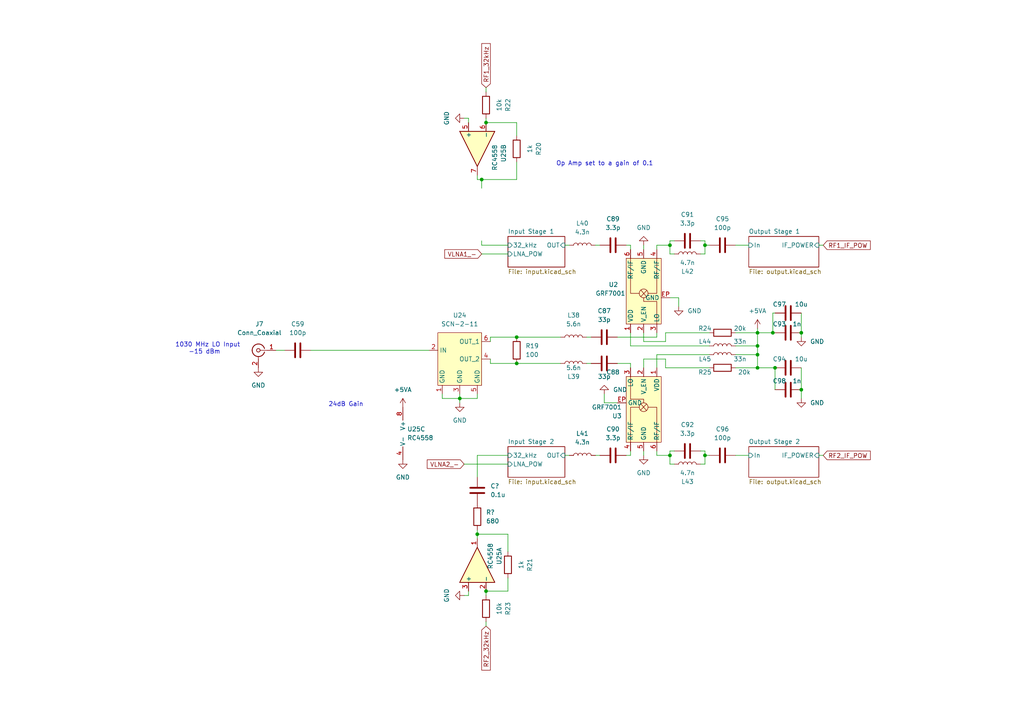
<source format=kicad_sch>
(kicad_sch (version 20211123) (generator eeschema)
  (paper "A4")
  (lib_symbols
    (symbol "Amplifier_Operational:RC4558" (pin_names (offset 0.127))
      (property "Reference" "U" (at 0 5.08 0))
      (property "Value" "RC4558" (at 0 -5.08 0))
      (symbol "RC4558_1_1"
        (polyline (pts (xy -5.08 5.08) (xy 5.08 0) (xy -5.08 -5.08) (xy -5.08 5.08)) (stroke (width 0.254)) (fill (type background)))
        (pin output line (at 7.62 0 180) (length 2.54) (name "~") (number "1"))
        (pin input line (at -7.62 -2.54 0) (length 2.54) (name "-") (number "2"))
        (pin input line (at -7.62 2.54 0) (length 2.54) (name "+") (number "3"))
      )
      (symbol "RC4558_2_1"
        (polyline (pts (xy -5.08 5.08) (xy 5.08 0) (xy -5.08 -5.08) (xy -5.08 5.08)) (stroke (width 0.254)) (fill (type background)))
        (pin input line (at -7.62 2.54 0) (length 2.54) (name "+") (number "5"))
        (pin input line (at -7.62 -2.54 0) (length 2.54) (name "-") (number "6"))
        (pin output line (at 7.62 0 180) (length 2.54) (name "~") (number "7"))
      )
      (symbol "RC4558_3_1"
        (pin power_in line (at -2.54 -7.62 90) (length 3.81) (name "V-") (number "4"))
        (pin power_in line (at -2.54 7.62 270) (length 3.81) (name "V+") (number "8"))
      )
    )
    (symbol "Connector:Conn_Coaxial" (pin_names (offset 1.016) hide)
      (property "Reference" "J" (at 0.254 3.048 0))
      (property "Value" "Conn_Coaxial" (at 2.921 0 90))
      (symbol "Conn_Coaxial_0_1"
        (arc (start -1.778 -0.508) (mid 0.222 -1.808) (end 1.778 0) (stroke (width 0.254)))
        (polyline (pts (xy -2.54 0) (xy -0.508 0)))
        (polyline (pts (xy 0 -2.54) (xy 0 -1.778)))
        (circle (center 0 0) (radius 0.508) (stroke (width 0.2032)))
        (arc (start 1.778 0) (mid 0.222 1.8083) (end -1.778 0.508) (stroke (width 0.254)))
      )
      (symbol "Conn_Coaxial_1_1"
        (pin passive line (at -5.08 0 0) (length 2.54) (name "In") (number "1"))
        (pin passive line (at 0 -5.08 90) (length 2.54) (name "Ext") (number "2"))
      )
    )
    (symbol "Device:C" (pin_numbers hide) (pin_names (offset 0.254))
      (property "Reference" "C" (at 0.635 2.54 0))
      (property "Value" "C" (at 0.635 -2.54 0))
      (symbol "C_0_1"
        (polyline (pts (xy -2.032 -0.762) (xy 2.032 -0.762)) (stroke (width 0.508)))
        (polyline (pts (xy -2.032 0.762) (xy 2.032 0.762)) (stroke (width 0.508)))
      )
      (symbol "C_1_1"
        (pin passive line (at 0 3.81 270) (length 2.794) (name "~") (number "1"))
        (pin passive line (at 0 -3.81 90) (length 2.794) (name "~") (number "2"))
      )
    )
    (symbol "Device:L" (pin_numbers hide) (pin_names (offset 1.016) hide)
      (property "Reference" "L" (at -1.27 0 90))
      (property "Value" "L" (at 1.905 0 90))
      (symbol "L_0_1"
        (arc (start 0 -2.54) (mid 0.635 -1.905) (end 0 -1.27))
        (arc (start 0 -1.27) (mid 0.635 -0.635) (end 0 0))
        (arc (start 0 0) (mid 0.635 0.635) (end 0 1.27))
        (arc (start 0 1.27) (mid 0.635 1.905) (end 0 2.54))
      )
      (symbol "L_1_1"
        (pin passive line (at 0 3.81 270) (length 1.27) (name "1") (number "1"))
        (pin passive line (at 0 -3.81 90) (length 1.27) (name "2") (number "2"))
      )
    )
    (symbol "Device:R" (pin_numbers hide) (pin_names (offset 0))
      (property "Reference" "R" (at 2.032 0 90))
      (property "Value" "R" (at 0 0 90))
      (symbol "R_0_1"
        (rectangle (start -1.016 -2.54) (end 1.016 2.54) (stroke (width 0.254)))
      )
      (symbol "R_1_1"
        (pin passive line (at 0 3.81 270) (length 1.27) (name "~") (number "1"))
        (pin passive line (at 0 -3.81 90) (length 1.27) (name "~") (number "2"))
      )
    )
    (symbol "Project Library:GRF7001"
      (property "Reference" "U" (at 0 10.16 0))
      (property "Value" "GRF7001" (at 0 7.62 0))
      (symbol "GRF7001_0_1"
        (rectangle (start -8.89 5.08) (end 10.16 -5.08) (fill (type background)))
        (polyline (pts (xy -0.9144 0.8128) (xy 0.8128 -0.8636)))
        (polyline (pts (xy 0.9652 0.8128) (xy -0.9652 -0.8128)))
        (polyline (pts (xy 10.16 -3.81) (xy 0 -3.81) (xy 0 -1.27)))
        (polyline (pts (xy 10.16 3.81) (xy 0 3.81) (xy 0 1.27)))
        (polyline (pts (xy -8.89 -3.81) (xy -2.3368 -3.81) (xy -2.3368 0) (xy -1.27 0)))
        (circle (center 0 0) (radius 1.27))
      )
      (symbol "GRF7001_1_1"
        (pin power_in line (at -11.43 3.81 0) (length 2.54) (name "VDD") (number "1"))
        (pin input line (at -11.43 0 0) (length 2.54) (name "V_EN") (number "2"))
        (pin input line (at -11.43 -3.81 0) (length 2.54) (name "LO") (number "3"))
        (pin input line (at 12.7 -3.81 180) (length 2.54) (name "RF/IF") (number "4"))
        (pin power_in line (at 12.7 0 180) (length 2.54) (name "GND") (number "5"))
        (pin input line (at 12.7 3.81 180) (length 2.54) (name "RF/IF") (number "6"))
        (pin input line (at -1.27 -7.62 90) (length 2.54) (name "GND") (number "EP"))
      )
    )
    (symbol "Project Library:SCN-2-11"
      (property "Reference" "U" (at 0 6.35 0))
      (property "Value" "SCN-2-11" (at 0 8.89 0))
      (symbol "SCN-2-11_0_1"
        (rectangle (start -7.62 5.08) (end 5.08 -10.16) (fill (type background)))
      )
      (symbol "SCN-2-11_1_1"
        (pin input line (at -6.35 -12.7 90) (length 2.54) (name "GND") (number "1"))
        (pin input line (at -10.16 0 0) (length 2.54) (name "IN") (number "2"))
        (pin input line (at -1.27 -12.7 90) (length 2.54) (name "GND") (number "3"))
        (pin input line (at 7.62 -2.54 180) (length 2.54) (name "OUT_2") (number "4"))
        (pin input line (at 3.81 -12.7 90) (length 2.54) (name "GND") (number "5"))
        (pin input line (at 7.62 2.54 180) (length 2.54) (name "OUT_1") (number "6"))
      )
    )
    (symbol "power:+5VA" (power) (pin_names (offset 0))
      (property "Value" "+5VA" (at 0 3.556 0))
      (symbol "+5VA_0_1"
        (polyline (pts (xy -0.762 1.27) (xy 0 2.54)))
        (polyline (pts (xy 0 0) (xy 0 2.54)))
        (polyline (pts (xy 0 2.54) (xy 0.762 1.27)))
      )
      (symbol "+5VA_1_1"
        (pin power_in line (at 0 0 90) (length 0) hide (name "+5VA") (number "1"))
      )
    )
    (symbol "power:GND" (power) (pin_names (offset 0))
      (property "Value" "GND" (at 0 -3.81 0))
      (symbol "GND_0_1"
        (polyline (pts (xy 0 0) (xy 0 -1.27) (xy 1.27 -1.27) (xy 0 -2.54) (xy -1.27 -1.27) (xy 0 -1.27)))
      )
      (symbol "GND_1_1"
        (pin power_in line (at 0 0 270) (length 0) hide (name "GND") (number "1"))
      )
    )
  )
  (junction (at 194.31 132.08))
  (junction (at 138.43 154.94))
  (junction (at 194.31 71.12))
  (junction (at 224.79 106.68))
  (junction (at 140.97 35.56))
  (junction (at 149.86 105.41))
  (junction (at 204.47 71.12))
  (junction (at 224.155 96.52))
  (junction (at 140.97 171.45))
  (junction (at 219.71 96.52))
  (junction (at 219.71 106.68))
  (junction (at 204.47 132.08))
  (junction (at 232.41 113.03))
  (junction (at 219.71 102.87))
  (junction (at 219.71 100.33))
  (junction (at 149.86 97.79))
  (junction (at 232.41 96.52))
  (junction (at 133.35 115.57))
  (junction (at 139.7 52.07))
  (wire (pts (xy 133.35 114.3) (xy 133.35 115.57)))
  (wire (pts (xy 193.04 104.14) (xy 186.69 104.14)))
  (wire (pts (xy 182.88 72.39) (xy 182.88 71.12)))
  (wire (pts (xy 203.2 69.85) (xy 204.47 69.85)))
  (wire (pts (xy 147.32 71.12) (xy 139.7 71.12)))
  (wire (pts (xy 139.7 52.07) (xy 139.7 54.61)))
  (wire (pts (xy 205.74 106.68) (xy 193.04 106.68)))
  (wire (pts (xy 204.47 132.08) (xy 205.74 132.08)))
  (wire (pts (xy 219.71 96.52) (xy 224.155 96.52)))
  (wire (pts (xy 140.97 25.4) (xy 140.97 26.67)))
  (wire (pts (xy 224.155 90.805) (xy 224.155 96.52)))
  (wire (pts (xy 138.43 132.08) (xy 138.43 138.43)))
  (wire (pts (xy 194.31 69.85) (xy 194.31 71.12)))
  (wire (pts (xy 232.41 90.805) (xy 232.41 96.52)))
  (wire (pts (xy 90.17 101.6) (xy 124.46 101.6)))
  (wire (pts (xy 133.35 115.57) (xy 138.43 115.57)))
  (wire (pts (xy 179.07 105.41) (xy 182.88 105.41)))
  (wire (pts (xy 175.26 116.84) (xy 179.07 116.84)))
  (wire (pts (xy 193.04 106.68) (xy 193.04 104.14)))
  (wire (pts (xy 135.89 172.72) (xy 134.62 172.72)))
  (wire (pts (xy 172.72 132.08) (xy 173.99 132.08)))
  (wire (pts (xy 135.89 34.29) (xy 134.62 34.29)))
  (wire (pts (xy 204.47 130.81) (xy 204.47 132.08)))
  (wire (pts (xy 193.04 96.52) (xy 193.04 99.06)))
  (wire (pts (xy 203.2 130.81) (xy 204.47 130.81)))
  (wire (pts (xy 224.79 90.805) (xy 224.155 90.805)))
  (wire (pts (xy 213.36 96.52) (xy 219.71 96.52)))
  (wire (pts (xy 213.36 106.68) (xy 219.71 106.68)))
  (wire (pts (xy 190.5 130.81) (xy 190.5 132.08)))
  (wire (pts (xy 181.61 132.08) (xy 182.88 132.08)))
  (wire (pts (xy 135.89 171.45) (xy 135.89 172.72)))
  (wire (pts (xy 205.74 100.33) (xy 182.88 100.33)))
  (wire (pts (xy 139.7 69.85) (xy 139.7 71.12)))
  (wire (pts (xy 147.32 171.45) (xy 140.97 171.45)))
  (wire (pts (xy 219.71 95.25) (xy 219.71 96.52)))
  (wire (pts (xy 140.97 172.72) (xy 140.97 171.45)))
  (wire (pts (xy 80.01 101.6) (xy 82.55 101.6)))
  (wire (pts (xy 194.31 132.08) (xy 194.31 134.62)))
  (wire (pts (xy 219.71 102.87) (xy 213.36 102.87)))
  (wire (pts (xy 232.41 96.52) (xy 232.41 97.79)))
  (wire (pts (xy 138.43 52.07) (xy 138.43 50.8)))
  (wire (pts (xy 213.36 71.12) (xy 217.17 71.12)))
  (wire (pts (xy 128.27 115.57) (xy 133.35 115.57)))
  (wire (pts (xy 163.83 71.12) (xy 165.1 71.12)))
  (wire (pts (xy 190.5 71.12) (xy 190.5 72.39)))
  (wire (pts (xy 175.26 114.3) (xy 175.26 116.84)))
  (wire (pts (xy 149.86 35.56) (xy 140.97 35.56)))
  (wire (pts (xy 194.31 71.12) (xy 194.31 73.66)))
  (wire (pts (xy 172.72 71.12) (xy 173.99 71.12)))
  (wire (pts (xy 142.24 105.41) (xy 149.86 105.41)))
  (wire (pts (xy 182.88 132.08) (xy 182.88 130.81)))
  (wire (pts (xy 142.24 97.79) (xy 149.86 97.79)))
  (wire (pts (xy 232.41 113.03) (xy 232.41 115.57)))
  (wire (pts (xy 182.88 100.33) (xy 182.88 96.52)))
  (wire (pts (xy 204.47 71.12) (xy 205.74 71.12)))
  (wire (pts (xy 213.36 132.08) (xy 217.17 132.08)))
  (wire (pts (xy 163.83 132.08) (xy 165.1 132.08)))
  (wire (pts (xy 213.36 100.33) (xy 219.71 100.33)))
  (wire (pts (xy 135.89 35.56) (xy 135.89 34.29)))
  (wire (pts (xy 224.79 113.03) (xy 224.79 106.68)))
  (wire (pts (xy 237.49 132.08) (xy 238.76 132.08)))
  (wire (pts (xy 149.86 52.07) (xy 139.7 52.07)))
  (wire (pts (xy 138.43 115.57) (xy 138.43 114.3)))
  (wire (pts (xy 170.18 105.41) (xy 171.45 105.41)))
  (wire (pts (xy 170.18 97.79) (xy 171.45 97.79)))
  (wire (pts (xy 190.5 132.08) (xy 194.31 132.08)))
  (wire (pts (xy 204.47 71.12) (xy 204.47 73.66)))
  (wire (pts (xy 219.71 106.68) (xy 224.79 106.68)))
  (wire (pts (xy 190.5 71.12) (xy 194.31 71.12)))
  (wire (pts (xy 219.71 106.68) (xy 219.71 102.87)))
  (wire (pts (xy 149.86 39.37) (xy 149.86 35.56)))
  (wire (pts (xy 195.58 130.81) (xy 194.31 130.81)))
  (wire (pts (xy 219.71 100.33) (xy 219.71 102.87)))
  (wire (pts (xy 194.31 73.66) (xy 195.58 73.66)))
  (wire (pts (xy 194.31 86.36) (xy 196.85 86.36)))
  (wire (pts (xy 204.47 132.08) (xy 204.47 134.62)))
  (wire (pts (xy 219.71 96.52) (xy 219.71 100.33)))
  (wire (pts (xy 186.69 71.12) (xy 186.69 72.39)))
  (wire (pts (xy 194.31 130.81) (xy 194.31 132.08)))
  (wire (pts (xy 179.07 97.79) (xy 190.5 97.79)))
  (wire (pts (xy 204.47 69.85) (xy 204.47 71.12)))
  (wire (pts (xy 195.58 69.85) (xy 194.31 69.85)))
  (wire (pts (xy 182.88 106.68) (xy 182.88 105.41)))
  (wire (pts (xy 142.24 104.14) (xy 142.24 105.41)))
  (wire (pts (xy 224.155 96.52) (xy 224.79 96.52)))
  (wire (pts (xy 193.04 99.06) (xy 186.69 99.06)))
  (wire (pts (xy 149.86 97.79) (xy 162.56 97.79)))
  (wire (pts (xy 196.85 86.36) (xy 196.85 88.9)))
  (wire (pts (xy 147.32 154.94) (xy 138.43 154.94)))
  (wire (pts (xy 186.69 104.14) (xy 186.69 106.68)))
  (wire (pts (xy 181.61 71.12) (xy 182.88 71.12)))
  (wire (pts (xy 128.27 114.3) (xy 128.27 115.57)))
  (wire (pts (xy 139.7 73.66) (xy 147.32 73.66)))
  (wire (pts (xy 186.69 132.08) (xy 186.69 130.81)))
  (wire (pts (xy 138.43 153.67) (xy 138.43 154.94)))
  (wire (pts (xy 186.69 99.06) (xy 186.69 96.52)))
  (wire (pts (xy 138.43 154.94) (xy 138.43 156.21)))
  (wire (pts (xy 204.47 73.66) (xy 203.2 73.66)))
  (wire (pts (xy 147.32 132.08) (xy 138.43 132.08)))
  (wire (pts (xy 140.97 181.61) (xy 140.97 180.34)))
  (wire (pts (xy 147.32 167.64) (xy 147.32 171.45)))
  (wire (pts (xy 190.5 102.87) (xy 190.5 106.68)))
  (wire (pts (xy 142.24 99.06) (xy 142.24 97.79)))
  (wire (pts (xy 205.74 96.52) (xy 193.04 96.52)))
  (wire (pts (xy 134.62 134.62) (xy 147.32 134.62)))
  (wire (pts (xy 140.97 34.29) (xy 140.97 35.56)))
  (wire (pts (xy 133.35 115.57) (xy 133.35 116.84)))
  (wire (pts (xy 149.86 46.99) (xy 149.86 52.07)))
  (wire (pts (xy 237.49 71.12) (xy 238.76 71.12)))
  (wire (pts (xy 190.5 96.52) (xy 190.5 97.79)))
  (wire (pts (xy 232.41 106.68) (xy 232.41 113.03)))
  (wire (pts (xy 194.31 134.62) (xy 195.58 134.62)))
  (wire (pts (xy 204.47 134.62) (xy 203.2 134.62)))
  (wire (pts (xy 147.32 160.02) (xy 147.32 154.94)))
  (wire (pts (xy 139.7 52.07) (xy 138.43 52.07)))
  (wire (pts (xy 205.74 102.87) (xy 190.5 102.87)))
  (wire (pts (xy 149.86 105.41) (xy 162.56 105.41)))
  (text "1030 MHz LO Input\n    -15 dBm" (at 50.8 102.87 0) (effects (font (size 1.27 1.27)) (justify left bottom)))
  (text "24dB Gain\n" (at 95.25 118.11 0) (effects (font (size 1.27 1.27)) (justify left bottom)))
  (text "Op Amp set to a gain of 0.1\n" (at 161.29 48.26 0) (effects (font (size 1.27 1.27)) (justify left bottom)))
  (global_label "VLNA2_-" (shape input) (at 134.62 134.62 180) (property "Intersheet References" "${INTERSHEET_REFS}" (effects hide)))
  (global_label "RF2_32kHz" (shape input) (at 140.97 181.61 270) (property "Intersheet References" "${INTERSHEET_REFS}" (effects hide)))
  (global_label "RF1_IF_POW" (shape input) (at 238.76 71.12 0) (property "Intersheet References" "${INTERSHEET_REFS}" (effects hide)))
  (global_label "RF2_IF_POW" (shape input) (at 238.76 132.08 0) (property "Intersheet References" "${INTERSHEET_REFS}" (effects hide)))
  (global_label "VLNA1_-" (shape input) (at 139.7 73.66 180) (property "Intersheet References" "${INTERSHEET_REFS}" (effects hide)))
  (global_label "RF1_32kHz" (shape input) (at 140.97 25.4 90) (property "Intersheet References" "${INTERSHEET_REFS}" (effects hide)))
  (symbol (lib_id "Device:C") (at 177.8 132.08 90) (unit 1)
    (property "Reference" "C90" (at 177.8 124.46 90))
    (property "Value" "3.3p" (at 177.8 127 90))
    (property "Footprint" "Library:C_0402_MDLX" (effects hide))
    (property "PartNumber" "GJM1555C1HR90WB01D" (effects hide))
  )
  (symbol (lib_id "Project Library:GRF7001") (at 186.69 85.09 90) (unit 1)
    (property "Reference" "U2" (at 176.53 82.55 90) (effects (justify right)))
    (property "Value" "GRF7001" (at 172.72 85.09 90) (effects (justify right)))
    (property "Footprint" "Library:DFN6-1.5mm-EP0.6x1.1" (effects hide))
    (property "PartNumber" "GRF7001" (effects hide))
  )
  (symbol (lib_id "power:GND") (at 186.69 71.12 180) (unit 1)
    (property "Reference" "#PWR012" (effects hide))
    (property "Value" "GND" (at 186.69 66.04 0))
  )
  (symbol (lib_id "Device:C") (at 138.43 142.24 0) (unit 1)
    (property "Reference" "C?" (at 142.24 140.9699 0) (effects (justify left)))
    (property "Value" "0.1u" (at 142.24 143.5099 0) (effects (justify left)))
  )
  (symbol (lib_id "Device:C") (at 209.55 132.08 90) (unit 1)
    (property "Reference" "C96" (at 209.55 124.46 90))
    (property "Value" "100p" (at 209.55 127 90))
    (property "Footprint" "Capacitor_SMD:C_0402_1005Metric" (effects hide))
    (property "PartNumber" "CL05C101JB5NNNC" (effects hide))
  )
  (symbol (lib_id "power:GND") (at 133.35 116.84 0) (unit 1)
    (property "Reference" "#PWR089" (effects hide))
    (property "Value" "GND" (at 133.35 121.92 0))
  )
  (symbol (lib_id "power:+5VA") (at 116.84 118.11 0) (unit 1)
    (property "Reference" "#PWR092" (effects hide))
    (property "Value" "+5VA" (at 116.84 113.03 0))
  )
  (symbol (lib_id "Device:L") (at 199.39 134.62 90) (unit 1)
    (property "Reference" "L43" (at 199.39 139.7 90))
    (property "Value" "4.7n" (at 199.39 137.16 90))
    (property "Footprint" "Library:L_0402_MDLX" (effects hide))
    (property "PartNumber" "0402DC-4N7XGRW" (effects hide))
  )
  (symbol (lib_id "Device:R") (at 138.43 149.86 0) (unit 1)
    (property "Reference" "R?" (at 140.97 148.5899 0) (effects (justify left)))
    (property "Value" "680" (at 140.97 151.1299 0) (effects (justify left)))
  )
  (symbol (lib_id "Device:R") (at 140.97 176.53 0) (mirror x) (unit 1)
    (property "Reference" "R23" (at 147.32 176.53 90))
    (property "Value" "10k" (at 144.78 176.53 90))
    (property "Footprint" "Resistor_SMD:R_0402_1005Metric" (effects hide))
    (property "PartNumber" "RC0402JR-0710KL" (effects hide))
  )
  (symbol (lib_id "power:GND") (at 186.69 132.08 0) (unit 1)
    (property "Reference" "#PWR013" (effects hide))
    (property "Value" "GND" (at 186.69 137.16 0))
  )
  (symbol (lib_id "power:+5VA") (at 219.71 95.25 0) (unit 1)
    (property "Reference" "#PWR0106" (effects hide))
    (property "Value" "+5VA" (at 219.71 90.17 0))
  )
  (symbol (lib_id "power:GND") (at 134.62 172.72 270) (mirror x) (unit 1)
    (property "Reference" "#PWR091" (effects hide))
    (property "Value" "GND" (at 129.54 172.72 0))
  )
  (symbol (lib_id "Project Library:GRF7001") (at 186.69 118.11 270) (unit 1)
    (property "Reference" "U3" (at 180.34 120.65 90) (effects (justify right)))
    (property "Value" "GRF7001" (at 180.34 118.11 90) (effects (justify right)))
    (property "Footprint" "Library:DFN6-1.5mm-EP0.6x1.1" (effects hide))
    (property "PartNumber" "GRF7001" (effects hide))
  )
  (symbol (lib_id "power:GND") (at 175.26 114.3 180) (unit 1)
    (property "Reference" "#PWR0105" (effects hide))
    (property "Value" "GND" (at 177.8 113.0299 0) (effects (justify right)))
  )
  (symbol (lib_id "Project Library:SCN-2-11") (at 134.62 101.6 0) (unit 1)
    (property "Reference" "U24" (at 133.35 91.44 0))
    (property "Value" "SCN-2-11" (at 133.35 93.98 0))
    (property "Footprint" "Library:FV1206-1" (effects hide))
    (property "PartNumber" "SCN-2-11+" (effects hide))
  )
  (symbol (lib_id "Device:C") (at 175.26 97.79 90) (unit 1)
    (property "Reference" "C87" (at 175.26 90.17 90))
    (property "Value" "33p" (at 175.26 92.71 90))
    (property "Footprint" "Library:C_0402_MDLX" (effects hide))
    (property "PartNumber" "GJM1555C1HR90WB01D" (effects hide))
  )
  (symbol (lib_id "Amplifier_Operational:RC4558") (at 138.43 163.83 90) (unit 1)
    (property "Reference" "U25" (at 144.78 161.29 0))
    (property "Value" "RC4558" (at 142.24 161.29 0))
    (property "Footprint" "Package_SO:SOIC-8_3.9x4.9mm_P1.27mm" (effects hide))
    (property "Datasheet" "http://www.ti.com/lit/ds/symlink/rc4558.pdf" (effects hide))
    (property "PartNumber" "RC4558DR" (effects hide))
  )
  (symbol (lib_id "Device:L") (at 168.91 132.08 90) (unit 1)
    (property "Reference" "L41" (at 168.91 125.73 90))
    (property "Value" "4.3n" (at 168.91 128.27 90))
    (property "Footprint" "Library:L_0402_MDLX" (effects hide))
    (property "PartNumber" "0402DC-4N3XGRW" (effects hide))
  )
  (symbol (lib_id "Device:C") (at 199.39 130.81 90) (unit 1)
    (property "Reference" "C92" (at 199.39 123.19 90))
    (property "Value" "3.3p" (at 199.39 125.73 90))
    (property "Footprint" "Library:C_0402_MDLX" (effects hide))
    (property "PartNumber" "GJM1555C1HR90WB01D" (effects hide))
  )
  (symbol (lib_id "Device:L") (at 199.39 73.66 90) (unit 1)
    (property "Reference" "L42" (at 199.39 78.74 90))
    (property "Value" "4.7n" (at 199.39 76.2 90))
    (property "Footprint" "Library:L_0402_MDLX" (effects hide))
    (property "PartNumber" "0402DC-4N7XGRW" (effects hide))
  )
  (symbol (lib_id "Device:L") (at 166.37 105.41 90) (unit 1)
    (property "Reference" "L39" (at 166.37 109.22 90))
    (property "Value" "5.6n" (at 166.37 106.68 90))
    (property "Footprint" "Library:L_0402_MDLX" (effects hide))
    (property "PartNumber" "0402DC-5N6XGRW" (effects hide))
  )
  (symbol (lib_id "power:GND") (at 74.93 106.68 0) (unit 1)
    (property "Reference" "#PWR083" (effects hide))
    (property "Value" "GND" (at 74.93 111.76 0))
  )
  (symbol (lib_id "Device:C") (at 177.8 71.12 90) (unit 1)
    (property "Reference" "C89" (at 177.8 63.5 90))
    (property "Value" "3.3p" (at 177.8 66.04 90))
    (property "Footprint" "Library:C_0402_MDLX" (effects hide))
    (property "PartNumber" "GJM1555C1HR90WB01D" (effects hide))
  )
  (symbol (lib_id "Device:R") (at 140.97 30.48 0) (unit 1)
    (property "Reference" "R22" (at 147.32 30.48 90))
    (property "Value" "10k" (at 144.78 30.48 90))
    (property "Footprint" "Resistor_SMD:R_0402_1005Metric" (effects hide))
    (property "PartNumber" "RC0402JR-0710KL" (effects hide))
  )
  (symbol (lib_id "Connector:Conn_Coaxial") (at 74.93 101.6 0) (mirror y) (unit 1)
    (property "Reference" "J7" (at 75.2474 93.98 0))
    (property "Value" "Conn_Coaxial" (at 75.2474 96.52 0))
    (property "Footprint" "Library:SMA_Samtec_SMA-J-P-X-ST-EM1_EdgeMount" (effects hide))
    (property "Datasheet" " ~" (effects hide))
    (property "PartNumber" "SMA-J-P-H-ST-EM1" (effects hide))
  )
  (symbol (lib_id "Device:C") (at 228.6 113.03 270) (unit 1)
    (property "Reference" "C98" (at 226.06 110.49 90))
    (property "Value" "1n" (at 231.14 110.49 90))
    (property "Footprint" "Capacitor_SMD:C_0603_1608Metric" (effects hide))
    (property "PartNumber" "CL10C102JB8NNNC" (effects hide))
  )
  (symbol (lib_id "Device:R") (at 209.55 96.52 90) (unit 1)
    (property "Reference" "R24" (at 204.47 95.25 90))
    (property "Value" "20k" (at 214.63 95.25 90))
    (property "Footprint" "Resistor_SMD:R_0402_1005Metric" (effects hide))
    (property "PartNumber" "RC0402FR-0720KL" (effects hide))
  )
  (symbol (lib_id "Device:C") (at 86.36 101.6 90) (unit 1)
    (property "Reference" "C59" (at 86.36 93.98 90))
    (property "Value" "100p" (at 86.36 96.52 90))
    (property "Footprint" "Capacitor_SMD:C_0402_1005Metric" (effects hide))
    (property "PartNumber" "CL05C101JB5NNNC" (effects hide))
  )
  (symbol (lib_id "Device:L") (at 168.91 71.12 90) (unit 1)
    (property "Reference" "L40" (at 168.91 64.77 90))
    (property "Value" "4.3n" (at 168.91 67.31 90))
    (property "Footprint" "Library:L_0402_MDLX" (effects hide))
    (property "PartNumber" "0402DC-4N3XGRW" (effects hide))
  )
  (symbol (lib_id "Device:R") (at 209.55 106.68 270) (unit 1)
    (property "Reference" "R25" (at 204.47 107.95 90))
    (property "Value" "20k" (at 215.9 107.95 90))
    (property "Footprint" "Resistor_SMD:R_0402_1005Metric" (effects hide))
    (property "PartNumber" "RC0402FR-0720KL" (effects hide))
  )
  (symbol (lib_id "Device:C") (at 228.6 90.805 270) (unit 1)
    (property "Reference" "C97" (at 226.06 88.265 90))
    (property "Value" "10u" (at 232.41 88.265 90))
    (property "Footprint" "Capacitor_SMD:C_1206_3216Metric" (effects hide))
    (property "PartNumber" "CL31A106KAHNNNE" (effects hide))
  )
  (symbol (lib_id "Device:C") (at 228.6 96.52 270) (unit 1)
    (property "Reference" "C93" (at 226.06 93.98 90))
    (property "Value" "1n" (at 231.14 93.98 90))
    (property "Footprint" "Capacitor_SMD:C_0603_1608Metric" (effects hide))
    (property "PartNumber" "CL10C102JB8NNNC" (effects hide))
  )
  (symbol (lib_id "Device:C") (at 228.6 106.68 270) (unit 1)
    (property "Reference" "C94" (at 226.06 104.14 90))
    (property "Value" "10u" (at 232.41 104.14 90))
    (property "Footprint" "Capacitor_SMD:C_1206_3216Metric" (effects hide))
    (property "PartNumber" "CL31A106KAHNNNE" (effects hide))
  )
  (symbol (lib_id "power:GND") (at 232.41 97.79 0) (unit 1)
    (property "Reference" "#PWR0107" (effects hide))
    (property "Value" "GND" (at 234.95 99.0599 0) (effects (justify left)))
  )
  (symbol (lib_id "Amplifier_Operational:RC4558") (at 138.43 43.18 90) (mirror x) (unit 2)
    (property "Reference" "U25" (at 146.05 44.45 0))
    (property "Value" "RC4558" (at 143.51 45.72 0))
    (property "Footprint" "Package_SO:SOIC-8_3.9x4.9mm_P1.27mm" (effects hide))
    (property "Datasheet" "http://www.ti.com/lit/ds/symlink/rc4558.pdf" (effects hide))
    (property "PartNumber" "RC4558DR" (effects hide))
  )
  (symbol (lib_id "Device:R") (at 147.32 163.83 0) (mirror x) (unit 1)
    (property "Reference" "R21" (at 153.67 163.83 90))
    (property "Value" "1k" (at 151.13 163.83 90))
    (property "Footprint" "Resistor_SMD:R_0402_1005Metric" (effects hide))
    (property "PartNumber" "RC0402JR-071KL" (effects hide))
  )
  (symbol (lib_id "Device:R") (at 149.86 43.18 0) (unit 1)
    (property "Reference" "R20" (at 156.21 43.18 90))
    (property "Value" "1k" (at 153.67 43.18 90))
    (property "Footprint" "Resistor_SMD:R_0402_1005Metric" (effects hide))
    (property "PartNumber" "RC0402JR-071KL" (effects hide))
  )
  (symbol (lib_id "power:GND") (at 134.62 34.29 270) (unit 1)
    (property "Reference" "#PWR090" (effects hide))
    (property "Value" "GND" (at 129.54 34.29 0))
  )
  (symbol (lib_id "power:GND") (at 196.85 88.9 0) (unit 1)
    (property "Reference" "#PWR0104" (effects hide))
    (property "Value" "GND" (at 199.39 90.1699 0) (effects (justify left)))
  )
  (symbol (lib_id "Device:L") (at 166.37 97.79 90) (unit 1)
    (property "Reference" "L38" (at 166.37 91.44 90))
    (property "Value" "5.6n" (at 166.37 93.98 90))
    (property "Footprint" "Library:L_0402_MDLX" (effects hide))
    (property "PartNumber" "0402DC-5N6XGRW" (effects hide))
  )
  (symbol (lib_id "Device:L") (at 209.55 102.87 90) (unit 1)
    (property "Reference" "L45" (at 204.47 104.14 90))
    (property "Value" "33n" (at 214.63 104.14 90))
    (property "Footprint" "Inductor_SMD:L_0402_1005Metric" (effects hide))
    (property "PartNumber" "0402DC-33NXGRW" (effects hide))
  )
  (symbol (lib_id "Device:L") (at 209.55 100.33 90) (unit 1)
    (property "Reference" "L44" (at 204.47 99.06 90))
    (property "Value" "33n" (at 214.63 99.06 90))
    (property "Footprint" "Inductor_SMD:L_0402_1005Metric" (effects hide))
    (property "PartNumber" "0402DC-33NXGRW" (effects hide))
  )
  (symbol (lib_id "Device:C") (at 209.55 71.12 90) (unit 1)
    (property "Reference" "C95" (at 209.55 63.5 90))
    (property "Value" "100p" (at 209.55 66.04 90))
    (property "Footprint" "Capacitor_SMD:C_0402_1005Metric" (effects hide))
    (property "PartNumber" "CL05C101JB5NNNC" (effects hide))
  )
  (symbol (lib_id "Device:R") (at 149.86 101.6 0) (unit 1)
    (property "Reference" "R19" (at 152.4 100.3299 0) (effects (justify left)))
    (property "Value" "100" (at 152.4 102.8699 0) (effects (justify left)))
    (property "Footprint" "Resistor_SMD:R_0603_1608Metric" (effects hide))
  )
  (symbol (lib_id "Device:C") (at 199.39 69.85 90) (unit 1)
    (property "Reference" "C91" (at 199.39 62.23 90))
    (property "Value" "3.3p" (at 199.39 64.77 90))
    (property "Footprint" "Library:C_0402_MDLX" (effects hide))
    (property "PartNumber" "GJM1555C1HR90WB01D" (effects hide))
  )
  (symbol (lib_id "Amplifier_Operational:RC4558") (at 119.38 125.73 0) (unit 3)
    (property "Reference" "U25" (at 118.11 124.4599 0) (effects (justify left)))
    (property "Value" "RC4558" (at 118.11 126.9999 0) (effects (justify left)))
    (property "Footprint" "Package_SO:SOIC-8_3.9x4.9mm_P1.27mm" (effects hide))
    (property "Datasheet" "http://www.ti.com/lit/ds/symlink/rc4558.pdf" (effects hide))
    (property "PartNumber" "RC4558DR" (effects hide))
  )
  (symbol (lib_id "Device:C") (at 175.26 105.41 90) (unit 1)
    (property "Reference" "C88" (at 177.8 107.95 90))
    (property "Value" "33p" (at 175.26 109.22 90))
    (property "Footprint" "Library:C_0402_MDLX" (effects hide))
    (property "PartNumber" "GJM1555C1HR90WB01D" (effects hide))
  )
  (symbol (lib_id "power:GND") (at 116.84 133.35 0) (unit 1)
    (property "Reference" "#PWR093" (effects hide))
    (property "Value" "GND" (at 116.84 138.43 0))
  )
  (symbol (lib_id "power:GND") (at 232.41 115.57 0) (unit 1)
    (property "Reference" "#PWR0108" (effects hide))
    (property "Value" "GND" (at 234.95 116.8399 0) (effects (justify left)))
  )
  (sheet (at 217.17 68.58) (size 20.32 8.89) (stroke (width 0.1524))
    (property "Sheet name" "Output Stage 1" (at 217.17 67.8684 0) (effects (justify left bottom)))
    (property "Sheet file" "output.kicad_sch" (at 217.17 78.0546 0) (effects (justify left top)))
    (pin "IF_POWER" input (at 237.49 71.12 0))
    (pin "In" input (at 217.17 71.12 180))
  )
  (sheet (at 147.32 129.54) (size 16.51 8.89) (stroke (width 0.1524))
    (property "Sheet name" "Input Stage 2" (at 147.32 128.8284 0) (effects (justify left bottom)))
    (property "Sheet file" "input.kicad_sch" (at 147.32 139.0146 0) (effects (justify left top)))
    (pin "OUT" input (at 163.83 132.08 0))
    (pin "32_kHz" input (at 147.32 132.08 180))
    (pin "LNA_POW" input (at 147.32 134.62 180))
  )
  (sheet (at 147.32 68.58) (size 16.51 8.89) (stroke (width 0.1524))
    (property "Sheet name" "Input Stage 1" (at 147.32 67.8684 0) (effects (justify left bottom)))
    (property "Sheet file" "input.kicad_sch" (at 147.32 78.0546 0) (effects (justify left top)))
    (pin "OUT" input (at 163.83 71.12 0))
    (pin "32_kHz" input (at 147.32 71.12 180))
    (pin "LNA_POW" input (at 147.32 73.66 180))
  )
  (sheet (at 217.17 129.54) (size 20.32 8.89) (stroke (width 0.1524))
    (property "Sheet name" "Output Stage 2" (at 217.17 128.8284 0) (effects (justify left bottom)))
    (property "Sheet file" "output.kicad_sch" (at 217.17 139.0146 0) (effects (justify left top)))
    (pin "IF_POWER" input (at 237.49 132.08 0))
    (pin "In" input (at 217.17 132.08 180))
  )
)
</source>
